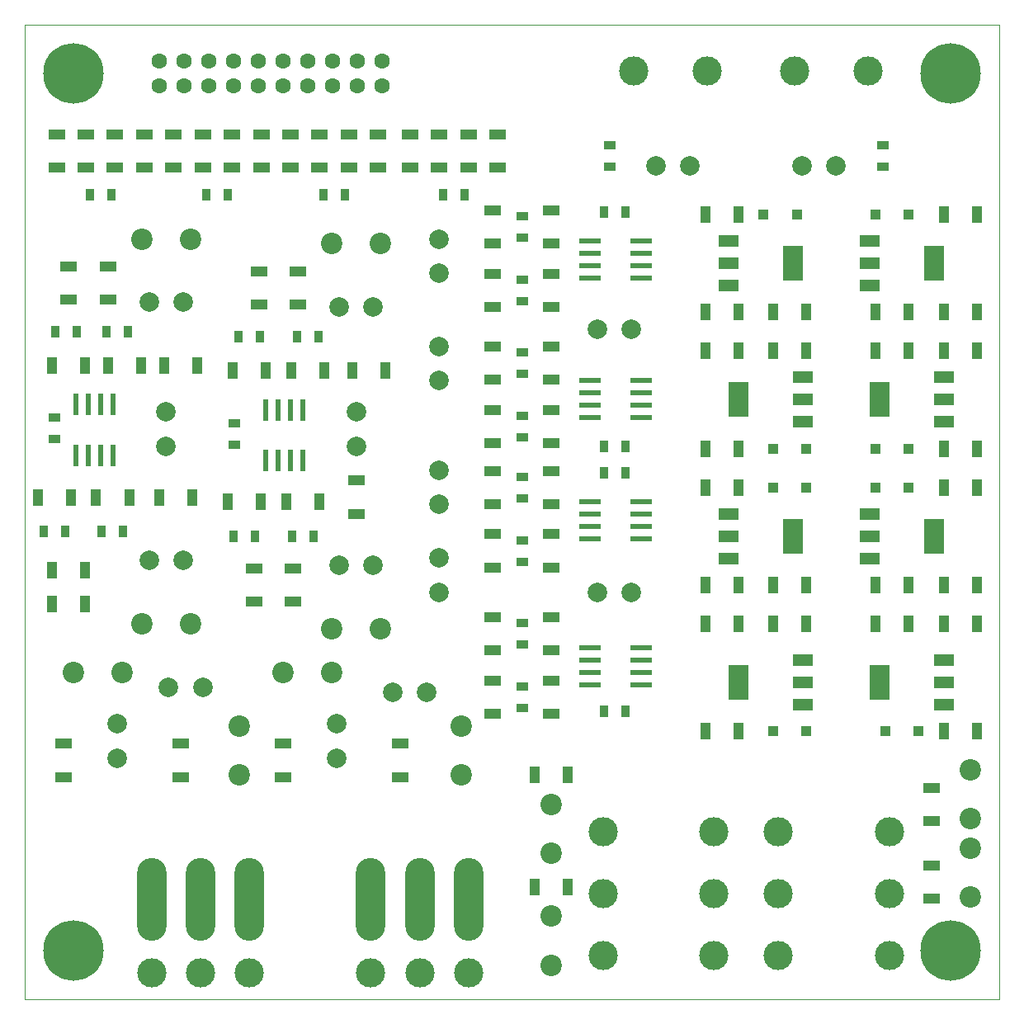
<source format=gts>
G04 #@! TF.FileFunction,Soldermask,Top*
%FSLAX46Y46*%
G04 Gerber Fmt 4.6, Leading zero omitted, Abs format (unit mm)*
G04 Created by KiCad (PCBNEW 4.0.5) date 03/22/17 11:59:18*
%MOMM*%
%LPD*%
G01*
G04 APERTURE LIST*
%ADD10C,0.150000*%
%ADD11C,0.100000*%
%ADD12C,3.000000*%
%ADD13R,2.000000X3.600000*%
%ADD14R,2.000000X1.200000*%
%ADD15O,3.000000X8.500000*%
%ADD16R,2.200000X0.600000*%
%ADD17R,0.600000X2.200000*%
%ADD18R,1.100000X1.700000*%
%ADD19R,1.700000X1.100000*%
%ADD20R,1.000000X1.000000*%
%ADD21C,2.000000*%
%ADD22C,2.200000*%
%ADD23R,1.300000X0.900000*%
%ADD24R,0.900000X1.300000*%
%ADD25C,6.200000*%
%ADD26C,1.600000*%
G04 APERTURE END LIST*
D10*
D11*
X0Y100000000D02*
X100000000Y100000000D01*
X15000000Y0D02*
X0Y0D01*
X100000000Y0D02*
X15000000Y0D01*
X100000000Y100000000D02*
X100000000Y0D01*
X0Y0D02*
X0Y100000000D01*
D12*
X59300000Y4450000D03*
X59300000Y10800000D03*
X59300000Y17150000D03*
X70700000Y4450000D03*
X70700000Y17150000D03*
X70700000Y10800000D03*
X77300000Y4450000D03*
X77300000Y10800000D03*
X77300000Y17150000D03*
X88700000Y4450000D03*
X88700000Y17150000D03*
X88700000Y10800000D03*
D13*
X73198000Y32500000D03*
D14*
X79802000Y32500000D03*
X79802000Y34786000D03*
X79802000Y30214000D03*
D13*
X73198000Y61500000D03*
D14*
X79802000Y61500000D03*
X79802000Y63786000D03*
X79802000Y59214000D03*
D13*
X87698000Y32500000D03*
D14*
X94302000Y32500000D03*
X94302000Y34786000D03*
X94302000Y30214000D03*
D13*
X87698000Y61500000D03*
D14*
X94302000Y61500000D03*
X94302000Y63786000D03*
X94302000Y59214000D03*
D13*
X93302000Y47500000D03*
D14*
X86698000Y47500000D03*
X86698000Y45214000D03*
X86698000Y49786000D03*
D13*
X93302000Y75500000D03*
D14*
X86698000Y75500000D03*
X86698000Y73214000D03*
X86698000Y77786000D03*
D13*
X78802000Y47500000D03*
D14*
X72198000Y47500000D03*
X72198000Y45214000D03*
X72198000Y49786000D03*
D13*
X78802000Y75500000D03*
D14*
X72198000Y75500000D03*
X72198000Y73214000D03*
X72198000Y77786000D03*
D12*
X13000000Y2700000D03*
X18000000Y2700000D03*
X23000000Y2700000D03*
D15*
X13000000Y10200000D03*
X18000000Y10200000D03*
X23000000Y10200000D03*
D12*
X35500000Y2700000D03*
X40500000Y2700000D03*
X45500000Y2700000D03*
D15*
X35500000Y10200000D03*
X40500000Y10200000D03*
X45500000Y10200000D03*
D16*
X58000000Y36040000D03*
X58000000Y34770000D03*
X58000000Y33500000D03*
X58000000Y32230000D03*
X63200000Y32230000D03*
X63200000Y33500000D03*
X63200000Y34770000D03*
X63200000Y36040000D03*
X58000000Y63520000D03*
X58000000Y62250000D03*
X58000000Y60980000D03*
X58000000Y59710000D03*
X63200000Y59710000D03*
X63200000Y60980000D03*
X63200000Y62250000D03*
X63200000Y63520000D03*
X58000000Y51040000D03*
X58000000Y49770000D03*
X58000000Y48500000D03*
X58000000Y47230000D03*
X63200000Y47230000D03*
X63200000Y48500000D03*
X63200000Y49770000D03*
X63200000Y51040000D03*
X58000000Y77790000D03*
X58000000Y76520000D03*
X58000000Y75250000D03*
X58000000Y73980000D03*
X63200000Y73980000D03*
X63200000Y75250000D03*
X63200000Y76520000D03*
X63200000Y77790000D03*
D17*
X9040000Y61000000D03*
X7770000Y61000000D03*
X6500000Y61000000D03*
X5230000Y61000000D03*
X5230000Y55800000D03*
X6500000Y55800000D03*
X7770000Y55800000D03*
X9040000Y55800000D03*
X28540000Y60450000D03*
X27270000Y60450000D03*
X26000000Y60450000D03*
X24730000Y60450000D03*
X24730000Y55250000D03*
X26000000Y55250000D03*
X27270000Y55250000D03*
X28540000Y55250000D03*
D18*
X73200000Y27500000D03*
X69800000Y27500000D03*
X73200000Y56500000D03*
X69800000Y56500000D03*
D19*
X48000000Y35800000D03*
X48000000Y39200000D03*
X48000000Y63550000D03*
X48000000Y66950000D03*
D18*
X52300000Y11500000D03*
X55700000Y11500000D03*
X69800000Y42500000D03*
X73200000Y42500000D03*
X69800000Y38500000D03*
X73200000Y38500000D03*
D19*
X93000000Y13700000D03*
X93000000Y10300000D03*
D18*
X69800000Y70500000D03*
X73200000Y70500000D03*
X69800000Y66500000D03*
X73200000Y66500000D03*
D19*
X54000000Y32700000D03*
X54000000Y29300000D03*
X54000000Y60450000D03*
X54000000Y57050000D03*
X54000000Y39200000D03*
X54000000Y35800000D03*
X54000000Y66950000D03*
X54000000Y63550000D03*
X48000000Y32700000D03*
X48000000Y29300000D03*
X48000000Y60450000D03*
X48000000Y57050000D03*
D18*
X80200000Y38500000D03*
X76800000Y38500000D03*
X80200000Y42500000D03*
X76800000Y42500000D03*
X80200000Y66500000D03*
X76800000Y66500000D03*
X80200000Y70500000D03*
X76800000Y70500000D03*
X97700000Y27500000D03*
X94300000Y27500000D03*
X97700000Y56500000D03*
X94300000Y56500000D03*
X94300000Y52500000D03*
X97700000Y52500000D03*
X94300000Y80500000D03*
X97700000Y80500000D03*
D19*
X48000000Y50800000D03*
X48000000Y54200000D03*
X48000000Y77550000D03*
X48000000Y80950000D03*
D18*
X52300000Y23000000D03*
X55700000Y23000000D03*
X97700000Y38500000D03*
X94300000Y38500000D03*
X97700000Y42500000D03*
X94300000Y42500000D03*
D19*
X93000000Y21700000D03*
X93000000Y18300000D03*
D18*
X97700000Y66500000D03*
X94300000Y66500000D03*
X97700000Y70500000D03*
X94300000Y70500000D03*
D19*
X54000000Y47700000D03*
X54000000Y44300000D03*
X54000000Y74450000D03*
X54000000Y71050000D03*
X54000000Y54200000D03*
X54000000Y50800000D03*
X54000000Y80950000D03*
X54000000Y77550000D03*
X48000000Y47700000D03*
X48000000Y44300000D03*
X48000000Y74450000D03*
X48000000Y71050000D03*
D18*
X87300000Y42500000D03*
X90700000Y42500000D03*
X87300000Y38500000D03*
X90700000Y38500000D03*
X87295262Y70500000D03*
X90695262Y70500000D03*
X87295262Y66500000D03*
X90695262Y66500000D03*
X69800000Y52500000D03*
X73200000Y52500000D03*
X69800000Y80500000D03*
X73200000Y80500000D03*
D19*
X16000000Y22800000D03*
X16000000Y26200000D03*
D18*
X10700000Y51500000D03*
X7300000Y51500000D03*
X6200000Y40500000D03*
X2800000Y40500000D03*
D19*
X9250000Y85300000D03*
X9250000Y88700000D03*
X12250000Y88700000D03*
X12250000Y85300000D03*
D18*
X17200000Y51500000D03*
X13800000Y51500000D03*
X4700000Y51500000D03*
X1300000Y51500000D03*
D19*
X3250000Y88700000D03*
X3250000Y85300000D03*
X4000000Y22800000D03*
X4000000Y26200000D03*
D18*
X6200000Y44000000D03*
X2800000Y44000000D03*
D19*
X6250000Y85300000D03*
X6250000Y88700000D03*
D18*
X11950000Y65000000D03*
X8550000Y65000000D03*
D19*
X8500000Y71800000D03*
X8500000Y75200000D03*
X18250000Y85300000D03*
X18250000Y88700000D03*
X15250000Y88700000D03*
X15250000Y85300000D03*
D18*
X17700000Y65000000D03*
X14300000Y65000000D03*
X6200000Y65000000D03*
X2800000Y65000000D03*
D19*
X24250000Y88700000D03*
X24250000Y85300000D03*
X38500000Y22800000D03*
X38500000Y26200000D03*
X4500000Y71800000D03*
X4500000Y75200000D03*
X21250000Y85300000D03*
X21250000Y88700000D03*
D18*
X30200000Y51000000D03*
X26800000Y51000000D03*
D19*
X27500000Y44200000D03*
X27500000Y40800000D03*
X30250000Y85300000D03*
X30250000Y88700000D03*
D12*
X70020000Y95250000D03*
X62480000Y95250000D03*
X86519998Y95250000D03*
X78979998Y95250000D03*
D20*
X76800000Y27500000D03*
X80200000Y27500000D03*
X76800000Y56500000D03*
X80200000Y56500000D03*
X88300000Y27500000D03*
X91700000Y27500000D03*
X87300000Y56500000D03*
X90700000Y56500000D03*
X90700000Y52500000D03*
X87300000Y52500000D03*
X90700000Y80500000D03*
X87300000Y80500000D03*
X80200000Y52500000D03*
X76800000Y52500000D03*
D21*
X42500000Y41750000D03*
X42500000Y45250000D03*
X42500000Y67000000D03*
X42500000Y63500000D03*
D22*
X54000000Y3500000D03*
X54000000Y8500000D03*
X97000000Y15500000D03*
X97000000Y10500000D03*
D23*
X51000000Y32100000D03*
X51000000Y29900000D03*
X51000000Y59850000D03*
X51000000Y57650000D03*
X51000000Y36400000D03*
X51000000Y38600000D03*
X51000000Y64150000D03*
X51000000Y66350000D03*
D24*
X59400000Y29500000D03*
X61600000Y29500000D03*
D21*
X42500000Y54250000D03*
X42500000Y50750000D03*
X42500000Y78000000D03*
X42500000Y74500000D03*
D22*
X54000000Y15000000D03*
X54000000Y20000000D03*
X97000000Y18500000D03*
X97000000Y23500000D03*
D23*
X51000000Y47100000D03*
X51000000Y44900000D03*
X51000000Y73850000D03*
X51000000Y71650000D03*
X51000000Y78150000D03*
X51000000Y80350000D03*
D24*
X59400000Y54000000D03*
X61600000Y54000000D03*
D21*
X62250000Y41750000D03*
X58750000Y41750000D03*
X62250000Y68750000D03*
X58750000Y68750000D03*
D23*
X3000000Y59700000D03*
X3000000Y57500000D03*
D21*
X14500000Y56750000D03*
X14500000Y60250000D03*
D22*
X22000000Y28000000D03*
X22000000Y23000000D03*
X12000000Y38500000D03*
X17000000Y38500000D03*
D24*
X10100000Y48000000D03*
X7900000Y48000000D03*
D21*
X18250000Y32000000D03*
X14750000Y32000000D03*
X16250000Y45000000D03*
X12750000Y45000000D03*
D24*
X4100000Y48000000D03*
X1900000Y48000000D03*
D22*
X10000000Y33500000D03*
X5000000Y33500000D03*
X12000000Y78000000D03*
X17000000Y78000000D03*
D24*
X10600000Y68500000D03*
X8400000Y68500000D03*
D21*
X9500000Y28250000D03*
X9500000Y24750000D03*
X16250000Y71500000D03*
X12750000Y71500000D03*
D24*
X5350000Y68500000D03*
X3150000Y68500000D03*
D22*
X44750000Y28000000D03*
X44750000Y23000000D03*
X36500000Y38000000D03*
X31500000Y38000000D03*
D24*
X29600000Y47500000D03*
X27400000Y47500000D03*
D21*
X41250000Y31500000D03*
X37750000Y31500000D03*
X32250000Y44500000D03*
X35750000Y44500000D03*
D24*
X23600000Y47500000D03*
X21400000Y47500000D03*
D22*
X31500000Y33500000D03*
X26500000Y33500000D03*
X31500000Y77500000D03*
X36500000Y77500000D03*
D24*
X30100000Y68000000D03*
X27900000Y68000000D03*
D21*
X32000000Y28250000D03*
X32000000Y24750000D03*
X35750000Y71000000D03*
X32250000Y71000000D03*
D24*
X24100000Y68000000D03*
X21900000Y68000000D03*
D21*
X34000000Y56750000D03*
X34000000Y60250000D03*
D23*
X60000000Y85400000D03*
X60000000Y87600000D03*
D21*
X68250000Y85500000D03*
X64750000Y85500000D03*
X83250000Y85500000D03*
X79750000Y85500000D03*
D25*
X95000000Y95000000D03*
D24*
X59400000Y80750000D03*
X61600000Y80750000D03*
D23*
X88000000Y85400000D03*
X88000000Y87600000D03*
D25*
X5000000Y95000000D03*
D24*
X6650000Y82500000D03*
X8850000Y82500000D03*
X20850000Y82500000D03*
X18650000Y82500000D03*
D20*
X79200000Y80500000D03*
X75800000Y80500000D03*
D25*
X95000000Y5000000D03*
D19*
X27250000Y88700000D03*
X27250000Y85300000D03*
X34000000Y49800000D03*
X34000000Y53200000D03*
D18*
X24200000Y51000000D03*
X20800000Y51000000D03*
D19*
X36250000Y88700000D03*
X36250000Y85300000D03*
D18*
X24700000Y64500000D03*
X21300000Y64500000D03*
D25*
X5000000Y5000000D03*
D23*
X21500000Y59100000D03*
X21500000Y56900000D03*
D24*
X42900000Y82500000D03*
X45100000Y82500000D03*
X32850000Y82500000D03*
X30650000Y82500000D03*
X59400000Y56750000D03*
X61600000Y56750000D03*
D23*
X51000000Y51400000D03*
X51000000Y53600000D03*
D19*
X26500000Y22800000D03*
X26500000Y26200000D03*
X33250000Y85300000D03*
X33250000Y88700000D03*
D18*
X30700000Y64500000D03*
X27300000Y64500000D03*
D19*
X23500000Y44200000D03*
X23500000Y40800000D03*
X45500000Y85300000D03*
X45500000Y88700000D03*
D18*
X37000000Y64500000D03*
X33600000Y64500000D03*
D19*
X28000000Y71300000D03*
X28000000Y74700000D03*
X48500000Y88700000D03*
X48500000Y85300000D03*
D26*
X36680000Y96270000D03*
X36680000Y93730000D03*
X34140000Y96270000D03*
X34140000Y93730000D03*
X31600000Y96270000D03*
X31600000Y93730000D03*
X29060000Y96270000D03*
X29060000Y93730000D03*
X26520000Y96270000D03*
X26520000Y93730000D03*
X23980000Y96270000D03*
X23980000Y93730000D03*
X21440000Y96270000D03*
X21440000Y93730000D03*
X18900000Y96270000D03*
X18900000Y93730000D03*
X16360000Y96270000D03*
X16360000Y93730000D03*
X13820000Y96270000D03*
X13820000Y93730000D03*
D19*
X39500000Y88700000D03*
X39500000Y85300000D03*
X24000000Y71300000D03*
X24000000Y74700000D03*
X42500000Y85300000D03*
X42500000Y88700000D03*
M02*

</source>
